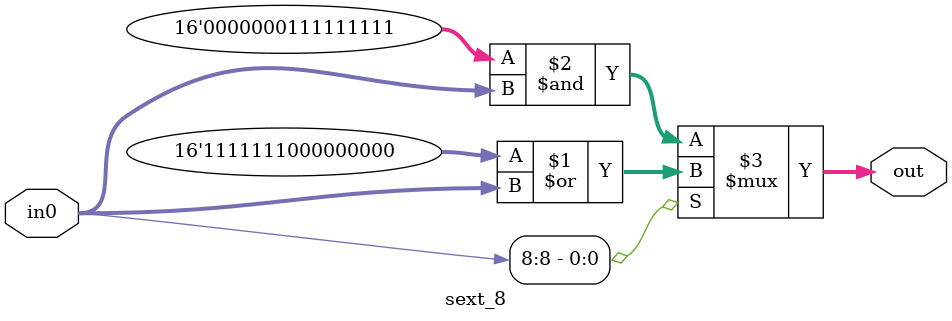
<source format=v>
`timescale 1ns / 1ps


module sext_8(
    input [8:0] in0,
    output [15:0] out
    );
    
    assign out = in0[8] ? (16'b1111111000000000 | in0) : (16'b0000000111111111 & in0);
    
endmodule

</source>
